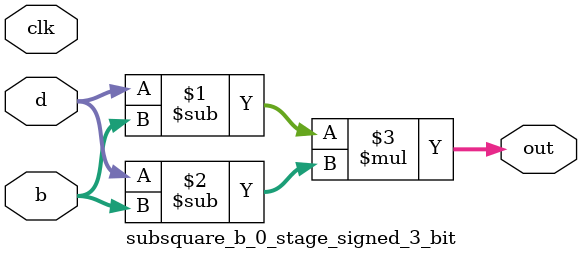
<source format=sv>
(* use_dsp = "yes" *) module subsquare_b_0_stage_signed_3_bit(
	input signed [2:0] b,
	input signed [2:0] d,
	output [2:0] out,
	input clk);

	assign out = (d - b) * (d - b);
endmodule

</source>
